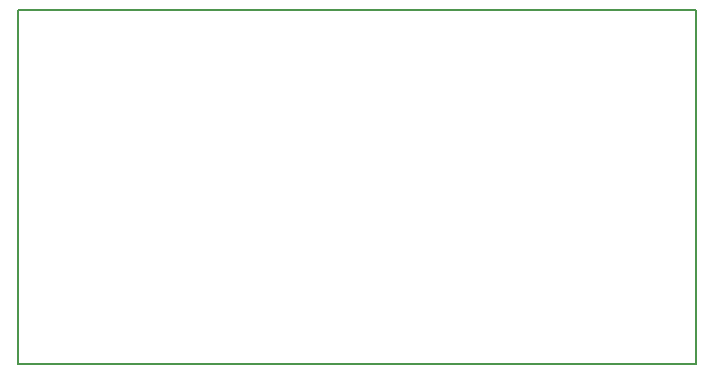
<source format=gbr>
G04 DipTrace 2.3.1.0*
%INBoardOutline.gbr*%
%MOMM*%
%ADD11C,0.14*%
%FSLAX53Y53*%
G04*
G71*
G90*
G75*
G01*
%LNBoardOutline*%
%LPD*%
X-31533Y46750D2*
D11*
Y16750D1*
X25896D1*
Y46750D1*
X-31533D1*
M02*

</source>
